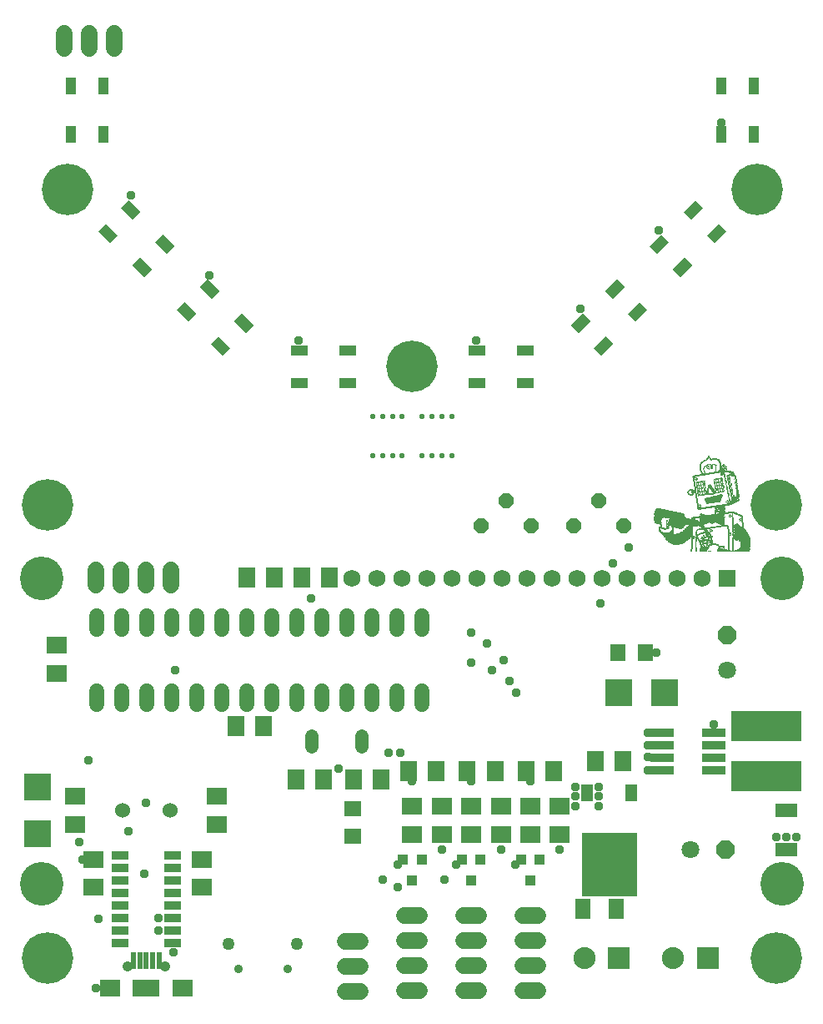
<source format=gbr>
G04 EAGLE Gerber X2 export*
%TF.Part,Single*%
%TF.FileFunction,Soldermask,Top,1*%
%TF.FilePolarity,Negative*%
%TF.GenerationSoftware,Autodesk,EAGLE,8.6.1*%
%TF.CreationDate,2018-02-27T16:58:27Z*%
G75*
%MOMM*%
%FSLAX34Y34*%
%LPD*%
%AMOC8*
5,1,8,0,0,1.08239X$1,22.5*%
G01*
%ADD10R,0.127000X0.042162*%
%ADD11R,0.762000X0.042162*%
%ADD12R,0.381000X0.042162*%
%ADD13R,3.302000X0.042162*%
%ADD14R,0.127000X0.042419*%
%ADD15R,0.762000X0.042419*%
%ADD16R,0.254000X0.042419*%
%ADD17R,3.302000X0.042419*%
%ADD18R,1.313181X0.042419*%
%ADD19R,1.524000X0.042419*%
%ADD20R,1.270000X0.042162*%
%ADD21R,1.397000X0.042162*%
%ADD22R,0.802638X0.042419*%
%ADD23R,0.932181X0.042419*%
%ADD24R,0.718819X0.042419*%
%ADD25R,1.229363X0.042419*%
%ADD26R,0.170181X0.042162*%
%ADD27R,0.802638X0.042162*%
%ADD28R,0.591819X0.042162*%
%ADD29R,0.083819X0.042162*%
%ADD30R,1.143000X0.042162*%
%ADD31R,0.170181X0.042419*%
%ADD32R,0.845819X0.042419*%
%ADD33R,0.381000X0.042419*%
%ADD34R,0.083819X0.042419*%
%ADD35R,1.102363X0.042419*%
%ADD36R,1.059181X0.042419*%
%ADD37R,0.889000X0.042162*%
%ADD38R,0.210819X0.042162*%
%ADD39R,1.059181X0.042162*%
%ADD40R,0.594363X0.042419*%
%ADD41R,0.210819X0.042419*%
%ADD42R,1.056638X0.042419*%
%ADD43R,0.297181X0.042419*%
%ADD44R,0.167637X0.042419*%
%ADD45R,0.548638X0.042419*%
%ADD46R,0.043181X0.042162*%
%ADD47R,0.594363X0.042162*%
%ADD48R,1.016000X0.042162*%
%ADD49R,0.213363X0.042419*%
%ADD50R,0.043181X0.042419*%
%ADD51R,1.016000X0.042419*%
%ADD52R,0.086363X0.042419*%
%ADD53R,0.167637X0.042162*%
%ADD54R,0.294637X0.042162*%
%ADD55R,0.254000X0.042162*%
%ADD56R,0.721363X0.042419*%
%ADD57R,1.186181X0.042419*%
%ADD58R,0.551181X0.042419*%
%ADD59R,0.464819X0.042419*%
%ADD60R,1.397000X0.042419*%
%ADD61R,1.480819X0.042162*%
%ADD62R,0.213363X0.042162*%
%ADD63R,0.337819X0.042162*%
%ADD64R,1.056638X0.042162*%
%ADD65R,1.651000X0.042419*%
%ADD66R,1.099819X0.042419*%
%ADD67R,1.778000X0.042419*%
%ADD68R,1.864363X0.042162*%
%ADD69R,1.945638X0.042419*%
%ADD70R,0.591819X0.042419*%
%ADD71R,1.143000X0.042419*%
%ADD72R,2.032000X0.042419*%
%ADD73R,2.159000X0.042162*%
%ADD74R,0.464819X0.042162*%
%ADD75R,0.297181X0.042162*%
%ADD76R,1.186181X0.042162*%
%ADD77R,2.242819X0.042419*%
%ADD78R,2.329181X0.042419*%
%ADD79R,2.369819X0.042162*%
%ADD80R,1.356363X0.042162*%
%ADD81R,2.456181X0.042419*%
%ADD82R,2.540000X0.042419*%
%ADD83R,0.337819X0.042419*%
%ADD84R,0.508000X0.042419*%
%ADD85R,2.623819X0.042162*%
%ADD86R,0.551181X0.042162*%
%ADD87R,1.440181X0.042162*%
%ADD88R,2.667000X0.042419*%
%ADD89R,0.421637X0.042419*%
%ADD90R,1.480819X0.042419*%
%ADD91R,2.964181X0.042419*%
%ADD92R,3.091181X0.042162*%
%ADD93R,2.921000X0.042419*%
%ADD94R,2.964181X0.042162*%
%ADD95R,1.651000X0.042162*%
%ADD96R,3.048000X0.042419*%
%ADD97R,1.483363X0.042419*%
%ADD98R,2.583181X0.042419*%
%ADD99R,0.294637X0.042419*%
%ADD100R,1.440181X0.042419*%
%ADD101R,0.424181X0.042162*%
%ADD102R,1.610363X0.042162*%
%ADD103R,0.467363X0.042419*%
%ADD104R,0.424181X0.042419*%
%ADD105R,1.437638X0.042419*%
%ADD106R,1.353819X0.042162*%
%ADD107R,1.524000X0.042162*%
%ADD108R,1.270000X0.042419*%
%ADD109R,0.635000X0.042419*%
%ADD110R,1.183638X0.042419*%
%ADD111R,1.099819X0.042162*%
%ADD112R,1.229363X0.042162*%
%ADD113R,0.972819X0.042419*%
%ADD114R,0.929638X0.042162*%
%ADD115R,0.086363X0.042162*%
%ADD116R,0.889000X0.042419*%
%ADD117R,0.635000X0.042162*%
%ADD118R,0.972819X0.042162*%
%ADD119R,0.848363X0.042419*%
%ADD120R,0.340363X0.042162*%
%ADD121R,0.845819X0.042162*%
%ADD122R,0.675638X0.042162*%
%ADD123R,0.848363X0.042162*%
%ADD124R,0.548638X0.042162*%
%ADD125R,0.675638X0.042419*%
%ADD126R,1.694181X0.042419*%
%ADD127R,3.766819X0.042419*%
%ADD128R,3.893819X0.042162*%
%ADD129R,4.020819X0.042419*%
%ADD130R,4.064000X0.042419*%
%ADD131R,0.678181X0.042162*%
%ADD132R,3.218181X0.042162*%
%ADD133R,0.508000X0.042162*%
%ADD134R,0.678181X0.042419*%
%ADD135R,3.175000X0.042419*%
%ADD136R,2.496819X0.042419*%
%ADD137R,0.721363X0.042162*%
%ADD138R,3.131819X0.042162*%
%ADD139R,2.496819X0.042162*%
%ADD140R,3.091181X0.042419*%
%ADD141R,2.961638X0.042419*%
%ADD142R,0.040638X0.042162*%
%ADD143R,2.667000X0.042162*%
%ADD144R,2.499363X0.042419*%
%ADD145R,2.202181X0.042419*%
%ADD146R,0.340363X0.042419*%
%ADD147R,1.988819X0.042162*%
%ADD148R,1.821181X0.042419*%
%ADD149R,1.861819X0.042419*%
%ADD150R,2.075181X0.042162*%
%ADD151R,0.805181X0.042162*%
%ADD152R,3.258819X0.042419*%
%ADD153R,3.131819X0.042419*%
%ADD154R,2.580637X0.042162*%
%ADD155R,2.453638X0.042419*%
%ADD156R,0.929638X0.042419*%
%ADD157R,3.048000X0.042162*%
%ADD158R,1.310638X0.042419*%
%ADD159R,3.007363X0.042419*%
%ADD160R,2.877819X0.042419*%
%ADD161R,2.710181X0.042419*%
%ADD162R,1.818638X0.042419*%
%ADD163R,1.691638X0.042162*%
%ADD164R,2.286000X0.042419*%
%ADD165R,1.818638X0.042162*%
%ADD166R,1.737363X0.042419*%
%ADD167R,0.040638X0.042419*%
%ADD168R,1.564638X0.042162*%
%ADD169R,1.564638X0.042419*%
%ADD170R,1.694181X0.042162*%
%ADD171R,0.932181X0.042162*%
%ADD172R,0.421637X0.042162*%
%ADD173R,0.805181X0.042419*%
%ADD174C,0.553200*%
%ADD175C,1.524000*%
%ADD176R,1.803200X2.003200*%
%ADD177R,1.603200X1.803200*%
%ADD178R,2.003200X1.803200*%
%ADD179R,1.803200X1.603200*%
%ADD180R,1.603200X2.003200*%
%ADD181R,2.743200X2.743200*%
%ADD182R,2.303200X1.473200*%
%ADD183C,1.524000*%
%ADD184R,7.203200X3.053200*%
%ADD185R,5.603200X6.403200*%
%ADD186R,1.203200X1.803200*%
%ADD187C,1.320800*%
%ADD188R,2.006200X1.803200*%
%ADD189R,1.803200X2.006200*%
%ADD190C,0.889000*%
%ADD191C,1.270000*%
%ADD192R,1.727200X0.838200*%
%ADD193R,2.413000X0.812800*%
%ADD194R,1.727200X1.727200*%
%ADD195C,1.727200*%
%ADD196C,3.403200*%
%ADD197R,0.603200X1.653200*%
%ADD198C,1.053200*%
%ADD199R,2.000000X1.700000*%
%ADD200R,2.700000X1.700000*%
%ADD201P,1.649562X8X22.500000*%
%ADD202R,2.235200X2.235200*%
%ADD203C,2.235200*%
%ADD204P,1.951982X8X22.500000*%
%ADD205C,1.803400*%
%ADD206P,1.951982X8X112.500000*%
%ADD207R,1.003200X1.103200*%
%ADD208C,1.727200*%
%ADD209R,1.103200X1.703200*%
%ADD210R,1.703200X1.103200*%
%ADD211C,0.959600*%
%ADD212C,5.219200*%
%ADD213C,4.419200*%


D10*
X683771Y462117D03*
X688419Y462117D03*
D11*
X696267Y462117D03*
D12*
X702389Y462117D03*
D13*
X726316Y462117D03*
D14*
X683771Y462539D03*
X688419Y462539D03*
D15*
X696267Y462539D03*
D16*
X702617Y462539D03*
D17*
X726316Y462539D03*
D14*
X683771Y462964D03*
X688419Y462964D03*
D15*
X696267Y462964D03*
D18*
X716371Y462964D03*
D14*
X726112Y462964D03*
D19*
X735206Y462964D03*
D10*
X683771Y463387D03*
X688419Y463387D03*
D11*
X696267Y463387D03*
D20*
X716156Y463387D03*
D10*
X726112Y463387D03*
D21*
X736272Y463387D03*
D14*
X683771Y463809D03*
X688419Y463809D03*
D22*
X696471Y463809D03*
D23*
X714466Y463809D03*
D14*
X721871Y463809D03*
X726112Y463809D03*
D18*
X736691Y463809D03*
D14*
X683771Y464234D03*
X688419Y464234D03*
D22*
X696471Y464234D03*
D24*
X713831Y464234D03*
D14*
X721871Y464234D03*
X726112Y464234D03*
D25*
X737111Y464234D03*
D26*
X683986Y464657D03*
D10*
X688419Y464657D03*
D27*
X696471Y464657D03*
D28*
X713196Y464657D03*
D29*
X717006Y464657D03*
D10*
X721439Y464657D03*
X726112Y464657D03*
D30*
X737542Y464657D03*
D31*
X683986Y465079D03*
D14*
X688419Y465079D03*
D32*
X696686Y465079D03*
D33*
X712549Y465079D03*
D34*
X717006Y465079D03*
D14*
X721439Y465079D03*
X726112Y465079D03*
D35*
X737746Y465079D03*
D31*
X683986Y465504D03*
D14*
X688419Y465504D03*
D32*
X696686Y465504D03*
D16*
X712346Y465504D03*
D14*
X716791Y465504D03*
X721439Y465504D03*
X726112Y465504D03*
D36*
X737961Y465504D03*
D26*
X683986Y465927D03*
D10*
X688419Y465927D03*
D37*
X696902Y465927D03*
D38*
X712561Y465927D03*
D10*
X716791Y465927D03*
X721439Y465927D03*
X726112Y465927D03*
D39*
X737961Y465927D03*
D31*
X683986Y466349D03*
D34*
X688635Y466349D03*
D40*
X695836Y466349D03*
D31*
X700496Y466349D03*
D41*
X712561Y466349D03*
D14*
X716791Y466349D03*
X721439Y466349D03*
X726112Y466349D03*
D42*
X738381Y466349D03*
D31*
X683986Y466774D03*
D34*
X688635Y466774D03*
D43*
X694350Y466774D03*
D14*
X697741Y466774D03*
D44*
X700916Y466774D03*
D45*
X714251Y466774D03*
D14*
X721439Y466774D03*
X726112Y466774D03*
D42*
X738381Y466774D03*
D26*
X683986Y467197D03*
D29*
X688635Y467197D03*
D26*
X694146Y467197D03*
D10*
X697309Y467197D03*
D46*
X699430Y467197D03*
D38*
X701131Y467197D03*
D47*
X713616Y467197D03*
D10*
X721439Y467197D03*
X726112Y467197D03*
D48*
X738584Y467197D03*
D31*
X683986Y467619D03*
D34*
X688635Y467619D03*
D49*
X693931Y467619D03*
D14*
X696902Y467619D03*
D50*
X699430Y467619D03*
D49*
X701551Y467619D03*
D41*
X711291Y467619D03*
D49*
X714251Y467619D03*
D14*
X721439Y467619D03*
X726112Y467619D03*
D51*
X738584Y467619D03*
D31*
X683986Y468044D03*
D34*
X688635Y468044D03*
D41*
X693511Y468044D03*
D14*
X696471Y468044D03*
D52*
X699646Y468044D03*
D16*
X702186Y468044D03*
D41*
X710860Y468044D03*
D14*
X721439Y468044D03*
X726112Y468044D03*
D51*
X738584Y468044D03*
D10*
X684202Y468467D03*
D29*
X688635Y468467D03*
D53*
X693296Y468467D03*
D10*
X696039Y468467D03*
D46*
X699861Y468467D03*
D54*
X702821Y468467D03*
D55*
X710237Y468467D03*
D10*
X721439Y468467D03*
X726112Y468467D03*
D48*
X738584Y468467D03*
D34*
X668315Y468889D03*
D14*
X684202Y468889D03*
D34*
X688635Y468889D03*
D44*
X693296Y468889D03*
D14*
X695632Y468889D03*
D50*
X699861Y468889D03*
D23*
X706415Y468889D03*
D14*
X721439Y468889D03*
X726112Y468889D03*
D51*
X738584Y468889D03*
D56*
X668531Y469314D03*
D14*
X684202Y469314D03*
D34*
X688635Y469314D03*
D31*
X692876Y469314D03*
D34*
X695416Y469314D03*
X700065Y469314D03*
D15*
X706427Y469314D03*
D14*
X721439Y469314D03*
X726112Y469314D03*
D51*
X738584Y469314D03*
D48*
X668734Y469737D03*
D10*
X684202Y469737D03*
D29*
X688635Y469737D03*
D10*
X692661Y469737D03*
D46*
X695620Y469737D03*
D29*
X700065Y469737D03*
D28*
X706415Y469737D03*
D10*
X721439Y469737D03*
X726112Y469737D03*
D48*
X738584Y469737D03*
D57*
X668746Y470159D03*
D14*
X684202Y470159D03*
D34*
X688635Y470159D03*
D14*
X692661Y470159D03*
D58*
X698160Y470159D03*
D59*
X705780Y470159D03*
D14*
X721439Y470159D03*
X726112Y470159D03*
D42*
X738381Y470159D03*
D60*
X668962Y470584D03*
D14*
X684202Y470584D03*
D34*
X688635Y470584D03*
D49*
X692661Y470584D03*
D45*
X697741Y470584D03*
D16*
X702186Y470584D03*
D41*
X704941Y470584D03*
D14*
X721439Y470584D03*
X726112Y470584D03*
D42*
X738381Y470584D03*
D61*
X668950Y471007D03*
D10*
X684202Y471007D03*
D29*
X688635Y471007D03*
D62*
X692661Y471007D03*
D38*
X695620Y471007D03*
X699430Y471007D03*
D63*
X703875Y471007D03*
D10*
X721439Y471007D03*
X726112Y471007D03*
D64*
X738381Y471007D03*
D65*
X668962Y471429D03*
D14*
X684202Y471429D03*
D34*
X688635Y471429D03*
D14*
X692229Y471429D03*
D34*
X693715Y471429D03*
D31*
X695416Y471429D03*
D41*
X699430Y471429D03*
X704510Y471429D03*
D14*
X721439Y471429D03*
X726112Y471429D03*
D66*
X738165Y471429D03*
D67*
X669166Y471854D03*
D14*
X684202Y471854D03*
D34*
X688635Y471854D03*
D44*
X692026Y471854D03*
D41*
X694350Y471854D03*
D50*
X696051Y471854D03*
D41*
X699430Y471854D03*
D16*
X703887Y471854D03*
D14*
X721439Y471854D03*
X726112Y471854D03*
D66*
X738165Y471854D03*
D68*
X669166Y472277D03*
D10*
X684202Y472277D03*
D29*
X688635Y472277D03*
D53*
X692026Y472277D03*
X694566Y472277D03*
D29*
X696255Y472277D03*
X697956Y472277D03*
D53*
X699646Y472277D03*
D26*
X702605Y472277D03*
D10*
X704522Y472277D03*
X721439Y472277D03*
X726112Y472277D03*
D30*
X737949Y472277D03*
D69*
X669166Y472699D03*
D14*
X684202Y472699D03*
X688851Y472699D03*
D70*
X693715Y472699D03*
D50*
X697321Y472699D03*
D33*
X700281Y472699D03*
D14*
X704522Y472699D03*
X721439Y472699D03*
X726112Y472699D03*
D71*
X737542Y472699D03*
D72*
X669166Y473124D03*
D14*
X684202Y473124D03*
X688851Y473124D03*
D70*
X693715Y473124D03*
D33*
X699849Y473124D03*
D43*
X703671Y473124D03*
D14*
X721439Y473124D03*
X726112Y473124D03*
D44*
X730126Y473124D03*
D71*
X737542Y473124D03*
D73*
X669369Y473547D03*
D10*
X684202Y473547D03*
X688851Y473547D03*
X691391Y473547D03*
D46*
X693511Y473547D03*
D74*
X698591Y473547D03*
D75*
X703240Y473547D03*
D10*
X721439Y473547D03*
X726112Y473547D03*
D55*
X729694Y473547D03*
D76*
X737326Y473547D03*
D77*
X669381Y473969D03*
D14*
X684202Y473969D03*
X688851Y473969D03*
X690959Y473969D03*
D31*
X697525Y473969D03*
D43*
X700700Y473969D03*
D14*
X704091Y473969D03*
X721439Y473969D03*
X726112Y473969D03*
D44*
X728856Y473969D03*
D18*
X736691Y473969D03*
D78*
X669381Y474394D03*
D14*
X684202Y474394D03*
X688851Y474394D03*
D44*
X690756Y474394D03*
D33*
X696039Y474394D03*
D31*
X701335Y474394D03*
D14*
X704091Y474394D03*
X721439Y474394D03*
X726112Y474394D03*
D31*
X728436Y474394D03*
D18*
X736691Y474394D03*
D79*
X669585Y474817D03*
D10*
X684202Y474817D03*
X688851Y474817D03*
X690552Y474817D03*
D12*
X695632Y474817D03*
D26*
X701335Y474817D03*
D10*
X703659Y474817D03*
X721439Y474817D03*
X726112Y474817D03*
X728221Y474817D03*
D80*
X736476Y474817D03*
D81*
X669585Y475239D03*
D14*
X684202Y475239D03*
X685879Y475239D03*
X688851Y475239D03*
X690552Y475239D03*
D43*
X694781Y475239D03*
D31*
X701335Y475239D03*
D14*
X703659Y475239D03*
X721439Y475239D03*
X726112Y475239D03*
X727789Y475239D03*
D60*
X736272Y475239D03*
D82*
X669597Y475664D03*
D83*
X685256Y475664D03*
D43*
X689701Y475664D03*
D84*
X695836Y475664D03*
D31*
X701335Y475664D03*
X703875Y475664D03*
D14*
X721439Y475664D03*
X726112Y475664D03*
D52*
X727586Y475664D03*
D60*
X735841Y475664D03*
D85*
X669585Y476087D03*
D38*
X684621Y476087D03*
D29*
X686526Y476087D03*
D55*
X689486Y476087D03*
D86*
X696051Y476087D03*
D10*
X701119Y476087D03*
D55*
X703887Y476087D03*
D10*
X721439Y476087D03*
D55*
X726747Y476087D03*
D87*
X735625Y476087D03*
D88*
X669801Y476509D03*
D41*
X684621Y476509D03*
D52*
X686946Y476509D03*
D16*
X689486Y476509D03*
D41*
X694350Y476509D03*
D89*
X699646Y476509D03*
D14*
X703252Y476509D03*
D52*
X704726Y476509D03*
D14*
X721439Y476509D03*
D41*
X726531Y476509D03*
D90*
X735421Y476509D03*
D91*
X670855Y476934D03*
D34*
X686526Y476934D03*
D16*
X689486Y476934D03*
D31*
X696686Y476934D03*
D83*
X700065Y476934D03*
D14*
X703252Y476934D03*
D52*
X704726Y476934D03*
D14*
X721439Y476934D03*
D41*
X726531Y476934D03*
D90*
X735421Y476934D03*
D92*
X671490Y477357D03*
D38*
X689270Y477357D03*
D62*
X696471Y477357D03*
D63*
X700065Y477357D03*
D75*
X703671Y477357D03*
D10*
X721439Y477357D03*
D53*
X726316Y477357D03*
D61*
X734990Y477357D03*
D93*
X670232Y477779D03*
D34*
X686095Y477779D03*
D41*
X689270Y477779D03*
D49*
X696471Y477779D03*
D83*
X700065Y477779D03*
D16*
X703456Y477779D03*
D14*
X721439Y477779D03*
D44*
X726316Y477779D03*
D90*
X734990Y477779D03*
D93*
X670232Y478204D03*
D16*
X689486Y478204D03*
D49*
X696471Y478204D03*
D43*
X699861Y478204D03*
D14*
X702821Y478204D03*
X721439Y478204D03*
X723572Y478204D03*
D65*
X733732Y478204D03*
D94*
X670016Y478627D03*
D75*
X689701Y478627D03*
D10*
X696471Y478627D03*
D75*
X699861Y478627D03*
D26*
X702605Y478627D03*
D10*
X721439Y478627D03*
D38*
X723560Y478627D03*
D95*
X733732Y478627D03*
D96*
X669597Y479049D03*
D33*
X690121Y479049D03*
D43*
X699861Y479049D03*
D31*
X702605Y479049D03*
D49*
X721871Y479049D03*
D34*
X724195Y479049D03*
D14*
X726112Y479049D03*
D97*
X734571Y479049D03*
D33*
X655399Y479474D03*
D98*
X671921Y479474D03*
D14*
X688851Y479474D03*
D99*
X691391Y479474D03*
D43*
X699861Y479474D03*
D14*
X702389Y479474D03*
D49*
X721871Y479474D03*
D34*
X724195Y479474D03*
D14*
X726112Y479474D03*
D100*
X734355Y479474D03*
D55*
X654357Y479897D03*
D101*
X658155Y479897D03*
X663235Y479897D03*
D102*
X676786Y479897D03*
D10*
X688851Y479897D03*
D63*
X692445Y479897D03*
D74*
X700700Y479897D03*
D62*
X721871Y479897D03*
D29*
X724195Y479897D03*
D10*
X726112Y479897D03*
D21*
X734139Y479897D03*
D41*
X653710Y480319D03*
D70*
X658155Y480319D03*
D83*
X663666Y480319D03*
D97*
X677421Y480319D03*
D14*
X688851Y480319D03*
D103*
X693931Y480319D03*
D104*
X700496Y480319D03*
D14*
X721439Y480319D03*
D41*
X723560Y480319D03*
D14*
X726112Y480319D03*
D60*
X734139Y480319D03*
D31*
X653075Y480744D03*
D15*
X658167Y480744D03*
D43*
X663870Y480744D03*
D105*
X678056Y480744D03*
D14*
X688851Y480744D03*
D51*
X697537Y480744D03*
D14*
X721439Y480744D03*
D31*
X723356Y480744D03*
D19*
X733097Y480744D03*
D53*
X652656Y481167D03*
D38*
X654980Y481167D03*
D53*
X661546Y481167D03*
D55*
X664086Y481167D03*
D106*
X678475Y481167D03*
D10*
X688851Y481167D03*
D37*
X698172Y481167D03*
D10*
X721439Y481167D03*
D107*
X733097Y481167D03*
D31*
X652236Y481589D03*
D14*
X654129Y481589D03*
X662181Y481589D03*
D41*
X664301Y481589D03*
D108*
X678894Y481589D03*
D14*
X688851Y481589D03*
D109*
X699011Y481589D03*
D14*
X721439Y481589D03*
D90*
X732881Y481589D03*
D14*
X652021Y482014D03*
D34*
X653506Y482014D03*
D52*
X662816Y482014D03*
D31*
X664505Y482014D03*
D110*
X679326Y482014D03*
D14*
X688851Y482014D03*
D43*
X699430Y482014D03*
D34*
X703875Y482014D03*
D14*
X721439Y482014D03*
D90*
X732450Y482014D03*
D55*
X652224Y482437D03*
D29*
X663235Y482437D03*
D10*
X664721Y482437D03*
D111*
X679745Y482437D03*
D29*
X689066Y482437D03*
D54*
X699011Y482437D03*
D26*
X703875Y482437D03*
D10*
X721439Y482437D03*
D26*
X725896Y482437D03*
D112*
X733301Y482437D03*
D14*
X651589Y482859D03*
D50*
X652871Y482859D03*
D16*
X664517Y482859D03*
D42*
X679961Y482859D03*
D34*
X689066Y482859D03*
D16*
X698807Y482859D03*
D34*
X703036Y482859D03*
D52*
X704726Y482859D03*
D14*
X721439Y482859D03*
D31*
X725896Y482859D03*
D25*
X733301Y482859D03*
D31*
X651805Y483284D03*
D49*
X664721Y483284D03*
D113*
X680380Y483284D03*
D14*
X689282Y483284D03*
D43*
X698591Y483284D03*
D34*
X703036Y483284D03*
D52*
X704726Y483284D03*
D14*
X721439Y483284D03*
D31*
X725896Y483284D03*
D57*
X733085Y483284D03*
D53*
X651386Y483707D03*
D46*
X663870Y483707D03*
D10*
X665152Y483707D03*
D114*
X680596Y483707D03*
D53*
X689486Y483707D03*
D75*
X698160Y483707D03*
D29*
X703036Y483707D03*
D115*
X704726Y483707D03*
D10*
X721439Y483707D03*
D106*
X731815Y483707D03*
D44*
X651386Y484129D03*
D14*
X665152Y484129D03*
D116*
X680799Y484129D03*
D33*
X690959Y484129D03*
D83*
X697956Y484129D03*
D16*
X703887Y484129D03*
D14*
X721439Y484129D03*
D18*
X731611Y484129D03*
D44*
X651386Y484554D03*
D16*
X656897Y484554D03*
D14*
X665152Y484554D03*
D32*
X681015Y484554D03*
D113*
X694350Y484554D03*
D31*
X703875Y484554D03*
D14*
X721439Y484554D03*
D108*
X731396Y484554D03*
D53*
X651386Y484977D03*
D117*
X657101Y484977D03*
D10*
X665152Y484977D03*
D27*
X681231Y484977D03*
X695201Y484977D03*
D10*
X721032Y484977D03*
D38*
X726100Y484977D03*
D118*
X732450Y484977D03*
D44*
X651386Y485399D03*
D15*
X656897Y485399D03*
D14*
X665152Y485399D03*
D43*
X672760Y485399D03*
D24*
X681650Y485399D03*
D119*
X698376Y485399D03*
D14*
X721032Y485399D03*
D41*
X726100Y485399D03*
D23*
X732246Y485399D03*
D14*
X651589Y485824D03*
D99*
X654561Y485824D03*
D83*
X659425Y485824D03*
D31*
X664936Y485824D03*
D84*
X672137Y485824D03*
D24*
X681650Y485824D03*
D36*
X699430Y485824D03*
D14*
X721032Y485824D03*
D71*
X730761Y485824D03*
D120*
X652656Y486247D03*
D55*
X659844Y486247D03*
D10*
X664721Y486247D03*
D121*
X671286Y486247D03*
D122*
X681866Y486247D03*
D12*
X695632Y486247D03*
D123*
X703456Y486247D03*
D10*
X721032Y486247D03*
D30*
X730761Y486247D03*
D43*
X652440Y486669D03*
D16*
X659844Y486669D03*
D25*
X669801Y486669D03*
D109*
X682069Y486669D03*
D33*
X695201Y486669D03*
D32*
X706846Y486669D03*
D14*
X721032Y486669D03*
X725681Y486669D03*
D34*
X727166Y486669D03*
D32*
X732246Y486669D03*
D16*
X652656Y487094D03*
X659844Y487094D03*
D108*
X670004Y487094D03*
D70*
X682285Y487094D03*
D89*
X694566Y487094D03*
D119*
X709806Y487094D03*
D14*
X721032Y487094D03*
X725681Y487094D03*
D113*
X731611Y487094D03*
D53*
X652656Y487517D03*
D10*
X658802Y487517D03*
X660479Y487517D03*
D106*
X670016Y487517D03*
D124*
X682501Y487517D03*
D54*
X688851Y487517D03*
D74*
X694350Y487517D03*
D121*
X713196Y487517D03*
D26*
X720816Y487517D03*
D10*
X725681Y487517D03*
D115*
X727586Y487517D03*
D86*
X731180Y487517D03*
D26*
X735625Y487517D03*
D14*
X652859Y487939D03*
X658802Y487939D03*
X660479Y487939D03*
D60*
X669801Y487939D03*
D36*
X685460Y487939D03*
D103*
X693931Y487939D03*
D23*
X716575Y487939D03*
D14*
X725681Y487939D03*
D40*
X730126Y487939D03*
D31*
X735625Y487939D03*
D14*
X652859Y488364D03*
D34*
X658586Y488364D03*
D52*
X660276Y488364D03*
D100*
X669585Y488364D03*
D51*
X685676Y488364D03*
D84*
X693727Y488364D03*
D125*
X717426Y488364D03*
D14*
X725681Y488364D03*
X727789Y488364D03*
D33*
X730761Y488364D03*
D31*
X735625Y488364D03*
D10*
X652859Y488787D03*
D29*
X658586Y488787D03*
D115*
X660276Y488787D03*
D102*
X669166Y488787D03*
D107*
X688216Y488787D03*
D117*
X717222Y488787D03*
D10*
X725681Y488787D03*
X728221Y488787D03*
D62*
X730761Y488787D03*
D26*
X735625Y488787D03*
D52*
X652656Y489209D03*
D34*
X658586Y489209D03*
D67*
X668327Y489209D03*
D126*
X687796Y489209D03*
D33*
X715089Y489209D03*
D14*
X725681Y489209D03*
X728652Y489209D03*
D31*
X730976Y489209D03*
X735625Y489209D03*
X652236Y489634D03*
D34*
X658586Y489634D03*
D127*
X678271Y489634D03*
D84*
X714886Y489634D03*
D14*
X725681Y489634D03*
D83*
X729706Y489634D03*
D31*
X735625Y489634D03*
D120*
X651386Y490057D03*
D29*
X658586Y490057D03*
D128*
X678906Y490057D03*
D28*
X714466Y490057D03*
D10*
X725681Y490057D03*
D38*
X729910Y490057D03*
D26*
X735625Y490057D03*
D84*
X650547Y490479D03*
D34*
X658586Y490479D03*
D129*
X679541Y490479D03*
D31*
X704306Y490479D03*
D24*
X713831Y490479D03*
D14*
X725681Y490479D03*
D31*
X735625Y490479D03*
D40*
X650116Y490904D03*
D34*
X658586Y490904D03*
D130*
X680164Y490904D03*
D83*
X704306Y490904D03*
D15*
X713616Y490904D03*
D14*
X725681Y490904D03*
D31*
X735625Y490904D03*
D131*
X649696Y491327D03*
D46*
X658790Y491327D03*
D132*
X675935Y491327D03*
D37*
X696902Y491327D03*
D133*
X704294Y491327D03*
D121*
X713196Y491327D03*
D10*
X725681Y491327D03*
D26*
X735625Y491327D03*
D134*
X649696Y491749D03*
D50*
X658790Y491749D03*
D135*
X675719Y491749D03*
D90*
X699861Y491749D03*
D113*
X712561Y491749D03*
D14*
X725681Y491749D03*
X735409Y491749D03*
D56*
X649481Y492174D03*
D50*
X658790Y492174D03*
D135*
X675719Y492174D03*
D136*
X704941Y492174D03*
D14*
X725681Y492174D03*
X735409Y492174D03*
D137*
X649481Y492597D03*
D115*
X659006Y492597D03*
D138*
X675935Y492597D03*
D139*
X704941Y492597D03*
D10*
X725681Y492597D03*
X735409Y492597D03*
D56*
X649481Y493019D03*
D50*
X659221Y493019D03*
D140*
X675731Y493019D03*
D136*
X704941Y493019D03*
D14*
X725681Y493019D03*
D50*
X733720Y493019D03*
D14*
X735409Y493019D03*
D15*
X649277Y493444D03*
D50*
X659221Y493444D03*
D141*
X675516Y493444D03*
D136*
X704941Y493444D03*
D14*
X725681Y493444D03*
D31*
X733516Y493444D03*
D14*
X735409Y493444D03*
D11*
X649277Y493867D03*
D142*
X659641Y493867D03*
D143*
X674449Y493867D03*
D139*
X704941Y493867D03*
D10*
X725681Y493867D03*
D29*
X733085Y493867D03*
D38*
X734990Y493867D03*
D22*
X649481Y494289D03*
D144*
X673611Y494289D03*
D34*
X687365Y494289D03*
D136*
X704941Y494289D03*
D14*
X725681Y494289D03*
D52*
X732666Y494289D03*
D41*
X734990Y494289D03*
D22*
X649481Y494714D03*
D145*
X672556Y494714D03*
D146*
X685676Y494714D03*
D136*
X704941Y494714D03*
D14*
X725681Y494714D03*
D52*
X732666Y494714D03*
D41*
X734990Y494714D03*
D121*
X649696Y495137D03*
D147*
X671490Y495137D03*
D120*
X685676Y495137D03*
D139*
X704941Y495137D03*
D10*
X725681Y495137D03*
D63*
X734355Y495137D03*
D32*
X649696Y495559D03*
D148*
X670651Y495559D03*
D43*
X685460Y495559D03*
D136*
X704941Y495559D03*
D14*
X725681Y495559D03*
D31*
X733516Y495559D03*
D14*
X735409Y495559D03*
D116*
X649912Y495984D03*
D149*
X668746Y495984D03*
D84*
X686514Y495984D03*
D136*
X704941Y495984D03*
D14*
X725681Y495984D03*
X735409Y495984D03*
D118*
X650331Y496407D03*
D150*
X666841Y496407D03*
D151*
X688000Y496407D03*
D139*
X704941Y496407D03*
D10*
X725681Y496407D03*
X735409Y496407D03*
D135*
X661342Y496829D03*
D152*
X701131Y496829D03*
D31*
X722925Y496829D03*
D34*
X725465Y496829D03*
D14*
X735409Y496829D03*
D153*
X661126Y497254D03*
D91*
X702605Y497254D03*
D34*
X722086Y497254D03*
D14*
X723572Y497254D03*
D34*
X725465Y497254D03*
D14*
X735409Y497254D03*
D138*
X661126Y497677D03*
D154*
X704091Y497677D03*
D29*
X722086Y497677D03*
D115*
X723776Y497677D03*
D29*
X725465Y497677D03*
D38*
X734990Y497677D03*
D153*
X661126Y498099D03*
D155*
X704726Y498099D03*
D34*
X722086Y498099D03*
D52*
X723776Y498099D03*
D34*
X725465Y498099D03*
D99*
X734571Y498099D03*
D140*
X661330Y498524D03*
D105*
X699646Y498524D03*
D156*
X712346Y498524D03*
D34*
X722086Y498524D03*
D14*
X723572Y498524D03*
D34*
X725465Y498524D03*
D33*
X733732Y498524D03*
D157*
X661114Y498947D03*
D28*
X695416Y498947D03*
D95*
X708739Y498947D03*
D26*
X722925Y498947D03*
D29*
X725465Y498947D03*
D12*
X732869Y498947D03*
D96*
X661114Y499369D03*
D59*
X694781Y499369D03*
D158*
X710441Y499369D03*
D34*
X722925Y499369D03*
X725465Y499369D03*
D33*
X731599Y499369D03*
D159*
X660911Y499794D03*
D33*
X694362Y499794D03*
D51*
X711914Y499794D03*
D34*
X725465Y499794D03*
D104*
X730545Y499794D03*
D94*
X660695Y500217D03*
D62*
X693931Y500217D03*
D10*
X707901Y500217D03*
D118*
X714670Y500217D03*
D29*
X725465Y500217D03*
D12*
X729491Y500217D03*
D160*
X660695Y500639D03*
D14*
X693931Y500639D03*
X707901Y500639D03*
D51*
X716587Y500639D03*
D34*
X725465Y500639D03*
D33*
X728652Y500639D03*
D161*
X659856Y501064D03*
D14*
X707901Y501064D03*
D162*
X720601Y501064D03*
D139*
X658790Y501487D03*
D10*
X707901Y501487D03*
D163*
X719966Y501487D03*
D164*
X657736Y501909D03*
D16*
X708536Y501909D03*
D104*
X714035Y501909D03*
D14*
X717222Y501909D03*
D125*
X723776Y501909D03*
D72*
X656897Y502334D03*
D59*
X710021Y502334D03*
D14*
X717222Y502334D03*
D41*
X724830Y502334D03*
D165*
X655831Y502757D03*
D48*
X712777Y502757D03*
D65*
X655399Y503179D03*
D14*
X708332Y503179D03*
D15*
X713616Y503179D03*
D60*
X654129Y503604D03*
D31*
X708116Y503604D03*
D58*
X714670Y503604D03*
D76*
X653075Y504027D03*
D75*
X708751Y504027D03*
D63*
X714035Y504027D03*
D10*
X716791Y504027D03*
D113*
X652440Y504449D03*
D70*
X710656Y504449D03*
D16*
X716587Y504449D03*
D125*
X651386Y504874D03*
D83*
X691606Y504874D03*
D51*
X712777Y504874D03*
D74*
X650331Y505297D03*
D117*
X693092Y505297D03*
D10*
X708332Y505297D03*
D137*
X714251Y505297D03*
D43*
X649900Y505719D03*
D32*
X694146Y505719D03*
D44*
X708536Y505719D03*
D58*
X713400Y505719D03*
D14*
X717222Y505719D03*
D110*
X695836Y506144D03*
D99*
X709171Y506144D03*
D83*
X714035Y506144D03*
D31*
X717006Y506144D03*
D26*
X690336Y506567D03*
D10*
X692661Y506567D03*
D39*
X699430Y506567D03*
D133*
X710237Y506567D03*
D115*
X714886Y506567D03*
D10*
X716791Y506567D03*
D31*
X690336Y506989D03*
D49*
X692661Y506989D03*
D66*
X703036Y506989D03*
D40*
X712346Y506989D03*
D14*
X716791Y506989D03*
D16*
X690756Y507414D03*
D34*
X693715Y507414D03*
D166*
X709171Y507414D03*
D38*
X690540Y507837D03*
D29*
X693715Y507837D03*
D87*
X710656Y507837D03*
D14*
X690121Y508259D03*
D167*
X691391Y508259D03*
D34*
X693715Y508259D03*
D25*
X711711Y508259D03*
D14*
X690121Y508684D03*
D34*
X691606Y508684D03*
X693715Y508684D03*
D36*
X713831Y508684D03*
D26*
X689905Y509107D03*
D62*
X692661Y509107D03*
D48*
X716994Y509107D03*
D31*
X689905Y509529D03*
D34*
X692876Y509529D03*
D116*
X719331Y509529D03*
D31*
X689905Y509954D03*
D24*
X721451Y509954D03*
D26*
X689905Y510377D03*
D115*
X699646Y510377D03*
D133*
X723344Y510377D03*
D31*
X689905Y510799D03*
D16*
X700077Y510799D03*
D14*
X720601Y510799D03*
D33*
X724842Y510799D03*
D14*
X689689Y511224D03*
D84*
X701347Y511224D03*
D49*
X720601Y511224D03*
D34*
X722925Y511224D03*
D83*
X725896Y511224D03*
D10*
X689689Y511647D03*
D37*
X702821Y511647D03*
D29*
X719546Y511647D03*
D10*
X721439Y511647D03*
D26*
X723356Y511647D03*
D63*
X726735Y511647D03*
D44*
X689486Y512069D03*
D108*
X704726Y512069D03*
D167*
X719331Y512069D03*
D34*
X721655Y512069D03*
X722925Y512069D03*
D14*
X724411Y512069D03*
D146*
X727586Y512069D03*
D44*
X689486Y512494D03*
D97*
X705361Y512494D03*
D167*
X719331Y512494D03*
D34*
X721655Y512494D03*
X722925Y512494D03*
D41*
X724830Y512494D03*
D83*
X728436Y512494D03*
D53*
X689486Y512917D03*
D168*
X705361Y512917D03*
D29*
X719546Y512917D03*
D62*
X721871Y512917D03*
D75*
X725261Y512917D03*
D63*
X729275Y512917D03*
D14*
X689282Y513339D03*
D169*
X705361Y513339D03*
D49*
X720601Y513339D03*
D52*
X722506Y513339D03*
D33*
X725681Y513339D03*
D146*
X730126Y513339D03*
D14*
X689282Y513764D03*
D65*
X705361Y513764D03*
D167*
X720601Y513764D03*
D52*
X722506Y513764D03*
D89*
X726316Y513764D03*
D99*
X730761Y513764D03*
D10*
X689282Y514187D03*
D95*
X705361Y514187D03*
D115*
X722506Y514187D03*
D124*
X726951Y514187D03*
D38*
X731180Y514187D03*
D14*
X689282Y514609D03*
D126*
X705145Y514609D03*
D52*
X722506Y514609D03*
D70*
X727166Y514609D03*
D44*
X731396Y514609D03*
D31*
X689066Y515034D03*
D166*
X705361Y515034D03*
D34*
X722086Y515034D03*
D84*
X726747Y515034D03*
D50*
X729910Y515034D03*
D44*
X731396Y515034D03*
D26*
X689066Y515457D03*
D170*
X705576Y515457D03*
D29*
X722086Y515457D03*
D74*
X726531Y515457D03*
D46*
X729910Y515457D03*
D10*
X731192Y515457D03*
D31*
X689066Y515879D03*
D65*
X705792Y515879D03*
D34*
X722086Y515879D03*
D84*
X726747Y515879D03*
D49*
X730761Y515879D03*
D14*
X688851Y516304D03*
D97*
X706631Y516304D03*
D34*
X722086Y516304D03*
D14*
X724842Y516304D03*
D58*
X729071Y516304D03*
D10*
X688851Y516727D03*
D106*
X707685Y516727D03*
D29*
X722086Y516727D03*
D10*
X724842Y516727D03*
D29*
X726735Y516727D03*
D46*
X727801Y516727D03*
D120*
X730126Y516727D03*
D14*
X688851Y517149D03*
D110*
X708536Y517149D03*
D34*
X721655Y517149D03*
D14*
X724842Y517149D03*
D34*
X726735Y517149D03*
X728436Y517149D03*
D43*
X731180Y517149D03*
D14*
X688851Y517574D03*
D51*
X709374Y517574D03*
D34*
X721655Y517574D03*
D14*
X724842Y517574D03*
D52*
X726316Y517574D03*
D31*
X729275Y517574D03*
D41*
X731611Y517574D03*
D26*
X688635Y517997D03*
D171*
X710225Y517997D03*
D29*
X721655Y517997D03*
X724626Y517997D03*
D115*
X726316Y517997D03*
D53*
X730126Y517997D03*
D10*
X732031Y517997D03*
D31*
X688635Y518419D03*
D50*
X690971Y518419D03*
D15*
X711076Y518419D03*
D34*
X721655Y518419D03*
D14*
X724411Y518419D03*
D52*
X726316Y518419D03*
D43*
X731180Y518419D03*
D16*
X683136Y518844D03*
D31*
X688635Y518844D03*
D146*
X692026Y518844D03*
D58*
X712130Y518844D03*
D14*
X721439Y518844D03*
X724411Y518844D03*
D52*
X726316Y518844D03*
D16*
X731396Y518844D03*
D172*
X683136Y519267D03*
D10*
X688419Y519267D03*
D117*
X693499Y519267D03*
D101*
X713196Y519267D03*
D10*
X721439Y519267D03*
X724411Y519267D03*
D115*
X726316Y519267D03*
D75*
X731180Y519267D03*
D84*
X683136Y519689D03*
D14*
X688419Y519689D03*
D52*
X690756Y519689D03*
D50*
X693080Y519689D03*
D59*
X696051Y519689D03*
D83*
X701335Y519689D03*
D16*
X714047Y519689D03*
D52*
X721236Y519689D03*
D31*
X724195Y519689D03*
D34*
X725896Y519689D03*
D14*
X730329Y519689D03*
X732031Y519689D03*
X681231Y520114D03*
D31*
X685256Y520114D03*
D44*
X688216Y520114D03*
D52*
X690756Y520114D03*
D50*
X693080Y520114D03*
D34*
X695416Y520114D03*
D23*
X701335Y520114D03*
D52*
X721236Y520114D03*
D14*
X723979Y520114D03*
D34*
X725896Y520114D03*
D16*
X730964Y520114D03*
D10*
X680799Y520537D03*
X685472Y520537D03*
D53*
X688216Y520537D03*
D10*
X690552Y520537D03*
D46*
X693080Y520537D03*
D142*
X695201Y520537D03*
D118*
X702401Y520537D03*
D115*
X721236Y520537D03*
D10*
X723979Y520537D03*
D29*
X725896Y520537D03*
D55*
X730964Y520537D03*
D44*
X680596Y520959D03*
D41*
X685460Y520959D03*
D44*
X688216Y520959D03*
D14*
X690552Y520959D03*
D34*
X692876Y520959D03*
D167*
X695201Y520959D03*
D34*
X697525Y520959D03*
X698795Y520959D03*
D14*
X700281Y520959D03*
D84*
X705564Y520959D03*
D14*
X721032Y520959D03*
X723979Y520959D03*
D34*
X725896Y520959D03*
D16*
X730964Y520959D03*
D14*
X680392Y521384D03*
D45*
X686311Y521384D03*
D14*
X690552Y521384D03*
D34*
X692876Y521384D03*
D167*
X695201Y521384D03*
D50*
X697321Y521384D03*
D34*
X698795Y521384D03*
D14*
X700281Y521384D03*
D16*
X707266Y521384D03*
D34*
X709386Y521384D03*
D14*
X721032Y521384D03*
X723979Y521384D03*
D167*
X725681Y521384D03*
D16*
X730964Y521384D03*
D10*
X680392Y521807D03*
D124*
X686311Y521807D03*
D29*
X690336Y521807D03*
D142*
X692661Y521807D03*
X695201Y521807D03*
D46*
X697321Y521807D03*
D115*
X698376Y521807D03*
D10*
X700281Y521807D03*
X706199Y521807D03*
D86*
X710021Y521807D03*
D29*
X720816Y521807D03*
D53*
X723776Y521807D03*
D29*
X725465Y521807D03*
D55*
X730964Y521807D03*
D14*
X680392Y522229D03*
D58*
X685891Y522229D03*
D99*
X691391Y522229D03*
D50*
X694781Y522229D03*
X697321Y522229D03*
D52*
X698376Y522229D03*
D14*
X700281Y522229D03*
X705792Y522229D03*
D16*
X708104Y522229D03*
D70*
X712765Y522229D03*
D34*
X720816Y522229D03*
D14*
X723572Y522229D03*
D34*
X725465Y522229D03*
D16*
X730964Y522229D03*
D14*
X680392Y522654D03*
D58*
X685891Y522654D03*
D34*
X690336Y522654D03*
D99*
X693931Y522654D03*
D50*
X697321Y522654D03*
D52*
X698376Y522654D03*
D14*
X700281Y522654D03*
D34*
X705576Y522654D03*
D44*
X707266Y522654D03*
D34*
X708955Y522654D03*
D50*
X711291Y522654D03*
D89*
X714886Y522654D03*
D34*
X720816Y522654D03*
D14*
X723572Y522654D03*
D34*
X725465Y522654D03*
D16*
X730557Y522654D03*
D53*
X680596Y523077D03*
D133*
X686107Y523077D03*
D29*
X690336Y523077D03*
D142*
X692661Y523077D03*
D75*
X696051Y523077D03*
D115*
X698376Y523077D03*
D10*
X700281Y523077D03*
X705361Y523077D03*
X707062Y523077D03*
D29*
X708955Y523077D03*
D46*
X711291Y523077D03*
X713831Y523077D03*
D55*
X716156Y523077D03*
D10*
X720601Y523077D03*
X723572Y523077D03*
D29*
X725465Y523077D03*
D55*
X730557Y523077D03*
D14*
X680799Y523499D03*
D84*
X686107Y523499D03*
D14*
X690121Y523499D03*
D50*
X692241Y523499D03*
X694781Y523499D03*
D52*
X697106Y523499D03*
X698376Y523499D03*
D14*
X700281Y523499D03*
X704929Y523499D03*
D31*
X706846Y523499D03*
D34*
X708955Y523499D03*
D50*
X711291Y523499D03*
X713400Y523499D03*
X715940Y523499D03*
D34*
X717006Y523499D03*
X720385Y523499D03*
D14*
X723572Y523499D03*
D50*
X725261Y523499D03*
D16*
X730557Y523499D03*
D31*
X681446Y523924D03*
D103*
X686311Y523924D03*
D14*
X690121Y523924D03*
D50*
X692241Y523924D03*
X694781Y523924D03*
X696890Y523924D03*
D14*
X698172Y523924D03*
X700712Y523924D03*
D52*
X704726Y523924D03*
D14*
X706631Y523924D03*
D34*
X708955Y523924D03*
D50*
X711291Y523924D03*
X713400Y523924D03*
D34*
X715736Y523924D03*
X717006Y523924D03*
X720385Y523924D03*
D31*
X723356Y523924D03*
D52*
X725046Y523924D03*
D16*
X730557Y523924D03*
D74*
X683351Y524347D03*
D26*
X687796Y524347D03*
D29*
X689905Y524347D03*
D46*
X692241Y524347D03*
X694781Y524347D03*
X696890Y524347D03*
D10*
X698172Y524347D03*
X700712Y524347D03*
X704522Y524347D03*
X706199Y524347D03*
D115*
X708536Y524347D03*
D46*
X710860Y524347D03*
X713400Y524347D03*
D29*
X715736Y524347D03*
X717006Y524347D03*
X720385Y524347D03*
D10*
X723141Y524347D03*
D115*
X725046Y524347D03*
D29*
X729706Y524347D03*
D10*
X731192Y524347D03*
D146*
X683136Y524769D03*
D31*
X687796Y524769D03*
D34*
X689905Y524769D03*
D50*
X692241Y524769D03*
X694350Y524769D03*
X696890Y524769D03*
D34*
X697956Y524769D03*
D14*
X700712Y524769D03*
X704091Y524769D03*
D44*
X705996Y524769D03*
D52*
X708536Y524769D03*
D50*
X710860Y524769D03*
D34*
X713196Y524769D03*
D167*
X715521Y524769D03*
D34*
X716575Y524769D03*
X720385Y524769D03*
D14*
X723141Y524769D03*
D52*
X725046Y524769D03*
D41*
X730341Y524769D03*
D44*
X683136Y525194D03*
D14*
X687581Y525194D03*
D34*
X689905Y525194D03*
D50*
X692241Y525194D03*
X694350Y525194D03*
X696890Y525194D03*
D34*
X697956Y525194D03*
D14*
X700712Y525194D03*
D34*
X703875Y525194D03*
D31*
X705576Y525194D03*
D146*
X709806Y525194D03*
D34*
X713196Y525194D03*
D167*
X715521Y525194D03*
D34*
X716575Y525194D03*
D52*
X719966Y525194D03*
D14*
X723141Y525194D03*
D50*
X724830Y525194D03*
D41*
X730341Y525194D03*
D10*
X687581Y525617D03*
D75*
X690971Y525617D03*
D46*
X694350Y525617D03*
X696890Y525617D03*
D29*
X697956Y525617D03*
D10*
X700712Y525617D03*
X703659Y525617D03*
X705361Y525617D03*
D115*
X708536Y525617D03*
D63*
X711926Y525617D03*
D142*
X715521Y525617D03*
D29*
X716575Y525617D03*
D115*
X719966Y525617D03*
D29*
X722925Y525617D03*
D46*
X724830Y525617D03*
D38*
X730341Y525617D03*
D31*
X687365Y526039D03*
D34*
X689905Y526039D03*
D146*
X693296Y526039D03*
D34*
X696686Y526039D03*
X697956Y526039D03*
D14*
X700712Y526039D03*
X703252Y526039D03*
D31*
X705145Y526039D03*
D14*
X708332Y526039D03*
D34*
X710656Y526039D03*
D99*
X714251Y526039D03*
D34*
X716575Y526039D03*
D52*
X719966Y526039D03*
D14*
X722709Y526039D03*
D34*
X724626Y526039D03*
D16*
X730126Y526039D03*
D31*
X687365Y526464D03*
D52*
X689486Y526464D03*
D50*
X691810Y526464D03*
D16*
X695404Y526464D03*
D14*
X697741Y526464D03*
D44*
X700916Y526464D03*
D34*
X703036Y526464D03*
D44*
X704726Y526464D03*
D14*
X708332Y526464D03*
D34*
X710656Y526464D03*
D167*
X712981Y526464D03*
D50*
X715101Y526464D03*
D34*
X716575Y526464D03*
D52*
X719966Y526464D03*
D14*
X722709Y526464D03*
D34*
X724626Y526464D03*
X729275Y526464D03*
X730545Y526464D03*
D26*
X687365Y526887D03*
D115*
X689486Y526887D03*
D46*
X691810Y526887D03*
X694350Y526887D03*
D142*
X696471Y526887D03*
D10*
X697741Y526887D03*
X701119Y526887D03*
X702821Y526887D03*
X704522Y526887D03*
D29*
X708116Y526887D03*
D142*
X710441Y526887D03*
X712981Y526887D03*
D46*
X715101Y526887D03*
D115*
X716156Y526887D03*
X719966Y526887D03*
D10*
X722709Y526887D03*
D29*
X724626Y526887D03*
D38*
X729910Y526887D03*
D31*
X687365Y527309D03*
D52*
X689486Y527309D03*
D50*
X691810Y527309D03*
X694350Y527309D03*
D167*
X696471Y527309D03*
D34*
X697525Y527309D03*
D16*
X701754Y527309D03*
D14*
X704091Y527309D03*
D34*
X708116Y527309D03*
D167*
X710441Y527309D03*
D50*
X712561Y527309D03*
X715101Y527309D03*
D52*
X716156Y527309D03*
X719966Y527309D03*
D14*
X722709Y527309D03*
D167*
X724411Y527309D03*
D41*
X729910Y527309D03*
D31*
X687365Y527734D03*
D52*
X689486Y527734D03*
D50*
X691810Y527734D03*
D167*
X693931Y527734D03*
X696471Y527734D03*
D34*
X697525Y527734D03*
D49*
X701551Y527734D03*
D31*
X703875Y527734D03*
D34*
X708116Y527734D03*
D167*
X710441Y527734D03*
D50*
X712561Y527734D03*
X715101Y527734D03*
D52*
X716156Y527734D03*
D34*
X719546Y527734D03*
D52*
X722506Y527734D03*
D167*
X724411Y527734D03*
D41*
X729910Y527734D03*
D10*
X687149Y528157D03*
D115*
X689486Y528157D03*
D46*
X691810Y528157D03*
D142*
X693931Y528157D03*
X696471Y528157D03*
D29*
X697525Y528157D03*
D62*
X701551Y528157D03*
D10*
X703659Y528157D03*
X707901Y528157D03*
D142*
X710441Y528157D03*
D46*
X712561Y528157D03*
X715101Y528157D03*
D115*
X716156Y528157D03*
D29*
X719546Y528157D03*
D10*
X722302Y528157D03*
D29*
X724195Y528157D03*
D55*
X729694Y528157D03*
D14*
X687149Y528579D03*
D52*
X689486Y528579D03*
D50*
X691810Y528579D03*
D167*
X693931Y528579D03*
X696471Y528579D03*
D34*
X697525Y528579D03*
D31*
X701335Y528579D03*
D14*
X703252Y528579D03*
D83*
X708955Y528579D03*
D50*
X712561Y528579D03*
X714670Y528579D03*
D14*
X715952Y528579D03*
D34*
X719546Y528579D03*
D14*
X722302Y528579D03*
D34*
X724195Y528579D03*
D52*
X728856Y528579D03*
X730126Y528579D03*
D44*
X686946Y529004D03*
D146*
X690756Y529004D03*
D167*
X693931Y529004D03*
D41*
X696890Y529004D03*
D43*
X702401Y529004D03*
D34*
X707685Y529004D03*
D83*
X711495Y529004D03*
D50*
X714670Y529004D03*
D14*
X715952Y529004D03*
D34*
X719546Y529004D03*
D14*
X722302Y529004D03*
D34*
X724195Y529004D03*
D52*
X728856Y529004D03*
X730126Y529004D03*
D53*
X686946Y529427D03*
D29*
X689066Y529427D03*
D142*
X691391Y529427D03*
D55*
X693727Y529427D03*
D46*
X696051Y529427D03*
D115*
X697106Y529427D03*
D55*
X702186Y529427D03*
D29*
X707685Y529427D03*
D46*
X710021Y529427D03*
X712130Y529427D03*
D26*
X714035Y529427D03*
D29*
X715736Y529427D03*
X719546Y529427D03*
D10*
X722302Y529427D03*
D115*
X723776Y529427D03*
D62*
X729491Y529427D03*
D14*
X686742Y529849D03*
D34*
X689066Y529849D03*
D167*
X691391Y529849D03*
X693931Y529849D03*
D14*
X695632Y529849D03*
D52*
X697106Y529849D03*
D34*
X702605Y529849D03*
X707685Y529849D03*
D50*
X710021Y529849D03*
X712130Y529849D03*
X714670Y529849D03*
D34*
X715736Y529849D03*
X719115Y529849D03*
X722086Y529849D03*
D52*
X723776Y529849D03*
D49*
X729491Y529849D03*
D14*
X686742Y530274D03*
D34*
X689066Y530274D03*
D167*
X691391Y530274D03*
X693931Y530274D03*
D50*
X696051Y530274D03*
D52*
X697106Y530274D03*
D34*
X707685Y530274D03*
D50*
X710021Y530274D03*
X712130Y530274D03*
X714670Y530274D03*
D34*
X715736Y530274D03*
X719115Y530274D03*
D14*
X721871Y530274D03*
D52*
X723776Y530274D03*
D49*
X729491Y530274D03*
D10*
X686742Y530697D03*
D29*
X689066Y530697D03*
D142*
X691391Y530697D03*
D46*
X693511Y530697D03*
X696051Y530697D03*
D115*
X697106Y530697D03*
X707266Y530697D03*
D46*
X709590Y530697D03*
X712130Y530697D03*
D38*
X715101Y530697D03*
D29*
X719115Y530697D03*
D10*
X721871Y530697D03*
D115*
X723776Y530697D03*
D46*
X728640Y530697D03*
D10*
X729922Y530697D03*
D14*
X686742Y531119D03*
D34*
X689066Y531119D03*
D167*
X691391Y531119D03*
D50*
X693511Y531119D03*
X696051Y531119D03*
D52*
X697106Y531119D03*
X707266Y531119D03*
D50*
X709590Y531119D03*
X712130Y531119D03*
D167*
X714251Y531119D03*
D14*
X715521Y531119D03*
D34*
X719115Y531119D03*
D14*
X721871Y531119D03*
D52*
X723776Y531119D03*
D50*
X728640Y531119D03*
D34*
X729706Y531119D03*
D14*
X686742Y531544D03*
D34*
X689066Y531544D03*
D167*
X691391Y531544D03*
D50*
X693511Y531544D03*
D52*
X695836Y531544D03*
X697106Y531544D03*
X707266Y531544D03*
D50*
X709590Y531544D03*
X712130Y531544D03*
D167*
X714251Y531544D03*
D34*
X715305Y531544D03*
X719115Y531544D03*
D14*
X721871Y531544D03*
D34*
X723356Y531544D03*
D41*
X729071Y531544D03*
D26*
X686526Y531967D03*
D54*
X690121Y531967D03*
D46*
X693511Y531967D03*
X695620Y531967D03*
D29*
X696686Y531967D03*
D120*
X708536Y531967D03*
D142*
X711711Y531967D03*
X714251Y531967D03*
D29*
X715305Y531967D03*
D115*
X718696Y531967D03*
D10*
X721439Y531967D03*
D29*
X723356Y531967D03*
D142*
X728221Y531967D03*
D10*
X729491Y531967D03*
D31*
X686526Y532389D03*
D45*
X691391Y532389D03*
D50*
X695620Y532389D03*
D34*
X696686Y532389D03*
D52*
X707266Y532389D03*
D50*
X709590Y532389D03*
D99*
X711711Y532389D03*
D167*
X714251Y532389D03*
D34*
X715305Y532389D03*
D52*
X718696Y532389D03*
D14*
X721439Y532389D03*
D34*
X723356Y532389D03*
D167*
X728221Y532389D03*
D14*
X729491Y532389D03*
D31*
X686526Y532814D03*
D58*
X693080Y532814D03*
D34*
X696686Y532814D03*
D52*
X707266Y532814D03*
D50*
X709590Y532814D03*
D167*
X711711Y532814D03*
D41*
X713400Y532814D03*
D34*
X715305Y532814D03*
D52*
X718696Y532814D03*
D14*
X721439Y532814D03*
D34*
X723356Y532814D03*
D167*
X728221Y532814D03*
D14*
X729491Y532814D03*
D10*
X686311Y533237D03*
D101*
X694985Y533237D03*
D29*
X706846Y533237D03*
D142*
X709171Y533237D03*
X711711Y533237D03*
D46*
X713831Y533237D03*
D115*
X714886Y533237D03*
X718696Y533237D03*
D10*
X721439Y533237D03*
D142*
X723141Y533237D03*
D53*
X728856Y533237D03*
D14*
X686311Y533659D03*
D31*
X696255Y533659D03*
D34*
X706846Y533659D03*
D167*
X709171Y533659D03*
X711711Y533659D03*
D50*
X713831Y533659D03*
D52*
X714886Y533659D03*
D14*
X718492Y533659D03*
X721439Y533659D03*
D34*
X722925Y533659D03*
D44*
X728856Y533659D03*
D14*
X686311Y534084D03*
D34*
X706846Y534084D03*
D167*
X709171Y534084D03*
X711711Y534084D03*
D50*
X713831Y534084D03*
D52*
X714886Y534084D03*
D14*
X718492Y534084D03*
X721032Y534084D03*
D34*
X722925Y534084D03*
D44*
X728856Y534084D03*
D10*
X686311Y534507D03*
D53*
X688216Y534507D03*
D29*
X706846Y534507D03*
D142*
X709171Y534507D03*
D46*
X711291Y534507D03*
X713831Y534507D03*
D115*
X714886Y534507D03*
D29*
X718276Y534507D03*
D10*
X721032Y534507D03*
D29*
X722925Y534507D03*
D10*
X729059Y534507D03*
D104*
X687365Y534929D03*
D99*
X707901Y534929D03*
D50*
X711291Y534929D03*
X713831Y534929D03*
D52*
X714886Y534929D03*
D34*
X718276Y534929D03*
D14*
X721032Y534929D03*
D34*
X722925Y534929D03*
D50*
X727801Y534929D03*
D14*
X729059Y534929D03*
D16*
X686514Y535354D03*
D14*
X689282Y535354D03*
D84*
X708967Y535354D03*
D31*
X714035Y535354D03*
D34*
X718276Y535354D03*
D14*
X721032Y535354D03*
D50*
X722721Y535354D03*
X727801Y535354D03*
D14*
X729059Y535354D03*
D62*
X686311Y535777D03*
D115*
X689486Y535777D03*
D86*
X710860Y535777D03*
D29*
X714466Y535777D03*
D10*
X718061Y535777D03*
X721032Y535777D03*
D115*
X722506Y535777D03*
D26*
X728436Y535777D03*
D14*
X685879Y536199D03*
D50*
X687161Y536199D03*
D52*
X689486Y536199D03*
D104*
X712765Y536199D03*
D14*
X718061Y536199D03*
X720601Y536199D03*
D52*
X722506Y536199D03*
D31*
X728436Y536199D03*
D14*
X685879Y536624D03*
D34*
X687365Y536624D03*
X689066Y536624D03*
D14*
X714251Y536624D03*
D34*
X717845Y536624D03*
D14*
X720601Y536624D03*
D52*
X722506Y536624D03*
D14*
X728652Y536624D03*
D53*
X685676Y537047D03*
D38*
X688431Y537047D03*
D29*
X717845Y537047D03*
D10*
X720601Y537047D03*
D115*
X722506Y537047D03*
D10*
X728652Y537047D03*
D44*
X685676Y537469D03*
D34*
X717845Y537469D03*
X720385Y537469D03*
D50*
X722290Y537469D03*
D14*
X728652Y537469D03*
D99*
X686311Y537894D03*
D14*
X717629Y537894D03*
D34*
X720385Y537894D03*
X722086Y537894D03*
D14*
X728221Y537894D03*
D133*
X687377Y538317D03*
D115*
X717426Y538317D03*
D10*
X720169Y538317D03*
D29*
X722086Y538317D03*
D10*
X728221Y538317D03*
D56*
X688851Y538739D03*
D52*
X717426Y538739D03*
D43*
X721020Y538739D03*
D104*
X726735Y538739D03*
D119*
X690756Y539164D03*
D52*
X714886Y539164D03*
X717426Y539164D03*
D32*
X724195Y539164D03*
D37*
X693499Y539587D03*
D55*
X714886Y539587D03*
D115*
X717426Y539587D03*
D137*
X724411Y539587D03*
D116*
X696039Y540009D03*
D50*
X713831Y540009D03*
D34*
X715736Y540009D03*
D14*
X717222Y540009D03*
X722302Y540009D03*
D52*
X723776Y540009D03*
D44*
X726316Y540009D03*
D116*
X697741Y540434D03*
D52*
X713616Y540434D03*
D41*
X716371Y540434D03*
D52*
X723776Y540434D03*
D41*
X726100Y540434D03*
D39*
X699430Y540857D03*
D115*
X713616Y540857D03*
D38*
X716371Y540857D03*
D115*
X723776Y540857D03*
D38*
X726100Y540857D03*
D14*
X694769Y541279D03*
D113*
X702401Y541279D03*
D50*
X713831Y541279D03*
D34*
X715736Y541279D03*
X717006Y541279D03*
D83*
X725465Y541279D03*
D14*
X694362Y541704D03*
D34*
X697956Y541704D03*
D116*
X705361Y541704D03*
D16*
X714886Y541704D03*
D34*
X717006Y541704D03*
D31*
X725896Y541704D03*
D10*
X694362Y542127D03*
D29*
X697525Y542127D03*
D121*
X708116Y542127D03*
D115*
X714886Y542127D03*
D10*
X716791Y542127D03*
D133*
X724207Y542127D03*
D14*
X693931Y542549D03*
D50*
X697321Y542549D03*
D32*
X710656Y542549D03*
D34*
X716575Y542549D03*
D173*
X722721Y542549D03*
D14*
X693931Y542974D03*
D52*
X697106Y542974D03*
D149*
X717006Y542974D03*
D10*
X693499Y543397D03*
D46*
X696890Y543397D03*
X708751Y543397D03*
D80*
X717426Y543397D03*
D14*
X693499Y543819D03*
D50*
X696890Y543819D03*
X708751Y543819D03*
D116*
X716359Y543819D03*
D14*
X693092Y544244D03*
D34*
X696686Y544244D03*
D50*
X708751Y544244D03*
D14*
X712549Y544244D03*
D43*
X715940Y544244D03*
D50*
X718480Y544244D03*
D34*
X719546Y544244D03*
D10*
X693092Y544667D03*
D29*
X696686Y544667D03*
X708955Y544667D03*
D10*
X712981Y544667D03*
D29*
X714466Y544667D03*
D142*
X715521Y544667D03*
D46*
X718480Y544667D03*
D29*
X719546Y544667D03*
D14*
X693092Y545089D03*
D167*
X696471Y545089D03*
D34*
X708955Y545089D03*
D14*
X712981Y545089D03*
D34*
X714466Y545089D03*
D167*
X715521Y545089D03*
D14*
X718899Y545089D03*
X693092Y545514D03*
D167*
X696471Y545514D03*
D34*
X701766Y545514D03*
X708955Y545514D03*
D14*
X712981Y545514D03*
D34*
X714466Y545514D03*
D167*
X715521Y545514D03*
D14*
X716791Y545514D03*
X718899Y545514D03*
D10*
X692661Y545937D03*
D142*
X696471Y545937D03*
D26*
X701335Y545937D03*
D10*
X704091Y545937D03*
D29*
X708955Y545937D03*
D10*
X712981Y545937D03*
D29*
X714466Y545937D03*
D142*
X715521Y545937D03*
D46*
X716371Y545937D03*
X717210Y545937D03*
D53*
X718696Y545937D03*
D14*
X692661Y546359D03*
D34*
X696686Y546359D03*
D14*
X700281Y546359D03*
D50*
X701970Y546359D03*
X703671Y546359D03*
D52*
X704726Y546359D03*
D34*
X708955Y546359D03*
D14*
X712981Y546359D03*
D34*
X714466Y546359D03*
D167*
X715521Y546359D03*
D50*
X716371Y546359D03*
X717210Y546359D03*
D167*
X718061Y546359D03*
D34*
X719115Y546359D03*
D14*
X692661Y546784D03*
D50*
X696890Y546784D03*
X699861Y546784D03*
X701970Y546784D03*
X703671Y546784D03*
X704941Y546784D03*
D34*
X708955Y546784D03*
D14*
X712981Y546784D03*
D34*
X714466Y546784D03*
X715736Y546784D03*
D50*
X717210Y546784D03*
D167*
X718061Y546784D03*
D34*
X719115Y546784D03*
D10*
X692661Y547207D03*
D46*
X696890Y547207D03*
D115*
X699646Y547207D03*
D29*
X701766Y547207D03*
D115*
X703456Y547207D03*
D29*
X705145Y547207D03*
X708955Y547207D03*
D10*
X712981Y547207D03*
D29*
X714466Y547207D03*
D46*
X715940Y547207D03*
D10*
X717222Y547207D03*
D29*
X719115Y547207D03*
D14*
X692661Y547629D03*
D52*
X697106Y547629D03*
D34*
X699226Y547629D03*
D167*
X701551Y547629D03*
D52*
X703456Y547629D03*
D167*
X705361Y547629D03*
D34*
X708955Y547629D03*
D14*
X712981Y547629D03*
D34*
X714466Y547629D03*
D50*
X716371Y547629D03*
X717641Y547629D03*
D52*
X718696Y547629D03*
D14*
X692661Y548054D03*
D50*
X697321Y548054D03*
D34*
X699226Y548054D03*
X701335Y548054D03*
D52*
X703456Y548054D03*
D167*
X705361Y548054D03*
D34*
X708955Y548054D03*
D14*
X712981Y548054D03*
D34*
X714466Y548054D03*
D14*
X716791Y548054D03*
D52*
X718696Y548054D03*
D10*
X692661Y548477D03*
D29*
X697956Y548477D03*
D142*
X699011Y548477D03*
D115*
X700916Y548477D03*
X703456Y548477D03*
D142*
X705361Y548477D03*
D46*
X708751Y548477D03*
D10*
X712981Y548477D03*
X714682Y548477D03*
X718492Y548477D03*
D14*
X692661Y548899D03*
D44*
X698376Y548899D03*
D14*
X700281Y548899D03*
D52*
X703456Y548899D03*
D167*
X705361Y548899D03*
D50*
X708751Y548899D03*
D14*
X712981Y548899D03*
D31*
X715305Y548899D03*
D41*
X717641Y548899D03*
D14*
X692661Y549324D03*
D31*
X699226Y549324D03*
D50*
X703671Y549324D03*
D34*
X705145Y549324D03*
D52*
X708536Y549324D03*
D14*
X712981Y549324D03*
D16*
X716587Y549324D03*
D10*
X693092Y549747D03*
D115*
X699646Y549747D03*
D26*
X704306Y549747D03*
D10*
X707901Y549747D03*
X712981Y549747D03*
D53*
X716156Y549747D03*
D14*
X693092Y550169D03*
X700281Y550169D03*
D89*
X705996Y550169D03*
D14*
X712981Y550169D03*
X716359Y550169D03*
X693092Y550594D03*
D33*
X702389Y550594D03*
D14*
X705792Y550594D03*
X712981Y550594D03*
D52*
X716156Y550594D03*
D10*
X693499Y551017D03*
X712981Y551017D03*
D31*
X693715Y551439D03*
D14*
X712981Y551439D03*
X693931Y551864D03*
X712981Y551864D03*
D53*
X694566Y552287D03*
D10*
X712549Y552287D03*
D41*
X694781Y552709D03*
D14*
X712549Y552709D03*
D31*
X695416Y553134D03*
D14*
X712142Y553134D03*
D38*
X696051Y553557D03*
D10*
X712142Y553557D03*
D16*
X697106Y553979D03*
D14*
X711711Y553979D03*
D83*
X697956Y554404D03*
D44*
X711076Y554404D03*
D55*
X698807Y554827D03*
D10*
X703659Y554827D03*
D62*
X710441Y554827D03*
D31*
X699226Y555249D03*
D89*
X704726Y555249D03*
D104*
X709386Y555249D03*
D14*
X699849Y555674D03*
D22*
X706631Y555674D03*
D10*
X699849Y556097D03*
X702821Y556097D03*
D74*
X707050Y556097D03*
D14*
X700281Y556519D03*
D31*
X702605Y556519D03*
D14*
X700281Y556944D03*
D44*
X702186Y556944D03*
D55*
X701347Y557367D03*
D41*
X701131Y557789D03*
X701131Y558214D03*
D10*
X701119Y558637D03*
D174*
X360000Y560000D03*
X370000Y560000D03*
X380000Y560000D03*
X390000Y560000D03*
X410000Y560000D03*
X420000Y560000D03*
X430000Y560000D03*
X440000Y560000D03*
X440000Y600000D03*
X430000Y600000D03*
X420000Y600000D03*
X410000Y600000D03*
X390000Y600000D03*
X380000Y600000D03*
X370000Y600000D03*
X360000Y600000D03*
D175*
X105870Y200000D03*
X154130Y200000D03*
D176*
X282100Y231100D03*
X310100Y231100D03*
D177*
X637000Y360000D03*
X609000Y360000D03*
D176*
X368700Y230900D03*
X340700Y230900D03*
X232100Y436100D03*
X260100Y436100D03*
X221400Y285100D03*
X249400Y285100D03*
D178*
X58000Y186000D03*
X58000Y214000D03*
D179*
X340000Y202000D03*
X340000Y174000D03*
D178*
X186000Y122000D03*
X186000Y150000D03*
X202000Y186000D03*
X202000Y214000D03*
D180*
X573000Y100000D03*
X607000Y100000D03*
D181*
X20000Y223495D03*
X20000Y176505D03*
X609505Y319000D03*
X656495Y319000D03*
D182*
X780000Y160200D03*
X780000Y199800D03*
D183*
X79900Y307796D02*
X79900Y321004D01*
X105300Y321004D02*
X105300Y307796D01*
X130700Y307796D02*
X130700Y321004D01*
X156100Y321004D02*
X156100Y307796D01*
X181500Y307796D02*
X181500Y321004D01*
X206900Y321004D02*
X206900Y307796D01*
X232300Y307796D02*
X232300Y321004D01*
X257700Y321004D02*
X257700Y307796D01*
X283100Y307796D02*
X283100Y321004D01*
X308500Y321004D02*
X308500Y307796D01*
X333900Y307796D02*
X333900Y321004D01*
X359300Y321004D02*
X359300Y307796D01*
X384700Y307796D02*
X384700Y321004D01*
X410100Y321004D02*
X410100Y307796D01*
X410100Y383996D02*
X410100Y397204D01*
X384700Y397204D02*
X384700Y383996D01*
X359300Y383996D02*
X359300Y397204D01*
X333900Y397204D02*
X333900Y383996D01*
X308500Y383996D02*
X308500Y397204D01*
X283100Y397204D02*
X283100Y383996D01*
X257700Y383996D02*
X257700Y397204D01*
X232300Y397204D02*
X232300Y383996D01*
X206900Y383996D02*
X206900Y397204D01*
X181500Y397204D02*
X181500Y383996D01*
X156100Y383996D02*
X156100Y397204D01*
X130700Y397204D02*
X130700Y383996D01*
X105300Y383996D02*
X105300Y397204D01*
X79900Y397204D02*
X79900Y383996D01*
D184*
X760000Y285400D03*
X760000Y234600D03*
D185*
X600000Y145000D03*
D186*
X622800Y218000D03*
X577200Y218000D03*
D187*
X348700Y264112D02*
X348700Y275288D01*
X297900Y275288D02*
X297900Y264112D01*
D188*
X39000Y367220D03*
X39000Y338780D03*
D189*
X614220Y250000D03*
X585780Y250000D03*
D190*
X273300Y39100D03*
X223300Y39100D03*
D191*
X213300Y64100D03*
X283300Y64100D03*
D192*
X156950Y78250D03*
X103050Y103650D03*
X156950Y65550D03*
X156950Y90950D03*
X156950Y103650D03*
X103050Y90950D03*
X103050Y116350D03*
X103050Y129050D03*
X156950Y129050D03*
X103050Y154450D03*
X156950Y116350D03*
X156950Y141750D03*
X103050Y141750D03*
X156950Y154450D03*
X103050Y78250D03*
X103050Y65550D03*
D193*
X706162Y240950D03*
X706162Y253650D03*
X706162Y266350D03*
X706162Y279050D03*
X653838Y279050D03*
X653838Y266350D03*
X653838Y253650D03*
X653838Y240950D03*
D194*
X719600Y435500D03*
D195*
X694200Y435500D03*
X668800Y435500D03*
X643400Y435500D03*
X618000Y435500D03*
X592600Y435500D03*
X567200Y435500D03*
X541800Y435500D03*
X516400Y435500D03*
X491000Y435500D03*
X465600Y435500D03*
X440200Y435500D03*
X414800Y435500D03*
X389400Y435500D03*
X364000Y435500D03*
X338600Y435500D03*
D196*
X775600Y435500D03*
X775600Y125500D03*
X23600Y125500D03*
X23600Y435500D03*
D197*
X130000Y47250D03*
X123500Y47250D03*
X117000Y47250D03*
X136500Y47250D03*
X143000Y47250D03*
D198*
X111000Y42000D03*
X149000Y42000D03*
D199*
X93160Y20000D03*
X166840Y20000D03*
D200*
X130000Y20000D03*
D201*
X563600Y489000D03*
X614400Y489000D03*
X589000Y514400D03*
D189*
X316220Y436000D03*
X287780Y436000D03*
D201*
X469600Y489000D03*
X520400Y489000D03*
X495000Y514400D03*
D202*
X610000Y50000D03*
D203*
X575000Y50000D03*
D202*
X700000Y50000D03*
D203*
X665000Y50000D03*
D178*
X76000Y122000D03*
X76000Y150000D03*
D204*
X717780Y160000D03*
D205*
X682220Y160000D03*
D206*
X720000Y377780D03*
D205*
X720000Y342220D03*
D207*
X409500Y150000D03*
X390500Y150000D03*
X400000Y129000D03*
D188*
X400000Y204220D03*
X400000Y175780D03*
D207*
X469500Y150000D03*
X450500Y150000D03*
X460000Y129000D03*
D188*
X460000Y204220D03*
X460000Y175780D03*
D207*
X529500Y150000D03*
X510500Y150000D03*
X520000Y129000D03*
D188*
X520000Y204220D03*
X520000Y175780D03*
D208*
X527620Y16900D02*
X512380Y16900D01*
X512380Y42300D02*
X527620Y42300D01*
X527620Y67700D02*
X512380Y67700D01*
X512380Y93100D02*
X527620Y93100D01*
X467620Y16900D02*
X452380Y16900D01*
X452380Y42300D02*
X467620Y42300D01*
X467620Y67700D02*
X452380Y67700D01*
X452380Y93100D02*
X467620Y93100D01*
X407620Y16900D02*
X392380Y16900D01*
X392380Y42300D02*
X407620Y42300D01*
X407620Y67700D02*
X392380Y67700D01*
X392380Y93100D02*
X407620Y93100D01*
D188*
X430000Y175780D03*
X430000Y204220D03*
X490000Y175780D03*
X490000Y204220D03*
X550000Y175780D03*
X550000Y204220D03*
D176*
X424000Y240000D03*
X396000Y240000D03*
X484000Y240000D03*
X456000Y240000D03*
X544000Y240000D03*
X516000Y240000D03*
D208*
X347620Y16600D02*
X332380Y16600D01*
X332380Y42000D02*
X347620Y42000D01*
X347620Y67400D02*
X332380Y67400D01*
X155100Y428380D02*
X155100Y443620D01*
X129700Y443620D02*
X129700Y428380D01*
X104300Y428380D02*
X104300Y443620D01*
X78900Y443620D02*
X78900Y428380D01*
D209*
X53500Y885500D03*
X86500Y885500D03*
X53500Y934500D03*
X86500Y934500D03*
D210*
G36*
X123536Y760931D02*
X135579Y748888D01*
X127778Y741087D01*
X115735Y753130D01*
X123536Y760931D01*
G37*
G36*
X146870Y784265D02*
X158913Y772222D01*
X151112Y764421D01*
X139069Y776464D01*
X146870Y784265D01*
G37*
G36*
X88888Y795579D02*
X100931Y783536D01*
X93130Y775735D01*
X81087Y787778D01*
X88888Y795579D01*
G37*
G36*
X112222Y818913D02*
X124265Y806870D01*
X116464Y799069D01*
X104421Y811112D01*
X112222Y818913D01*
G37*
G36*
X203536Y680931D02*
X215579Y668888D01*
X207778Y661087D01*
X195735Y673130D01*
X203536Y680931D01*
G37*
G36*
X226870Y704265D02*
X238913Y692222D01*
X231112Y684421D01*
X219069Y696464D01*
X226870Y704265D01*
G37*
G36*
X168888Y715579D02*
X180931Y703536D01*
X173130Y695735D01*
X161087Y707778D01*
X168888Y715579D01*
G37*
G36*
X192222Y738913D02*
X204265Y726870D01*
X196464Y719069D01*
X184421Y731112D01*
X192222Y738913D01*
G37*
X334500Y633500D03*
X334500Y666500D03*
X285500Y633500D03*
X285500Y666500D03*
X514500Y633500D03*
X514500Y666500D03*
X465500Y633500D03*
X465500Y666500D03*
G36*
X619069Y703536D02*
X631112Y715579D01*
X638913Y707778D01*
X626870Y695735D01*
X619069Y703536D01*
G37*
G36*
X595735Y726870D02*
X607778Y738913D01*
X615579Y731112D01*
X603536Y719069D01*
X595735Y726870D01*
G37*
G36*
X584421Y668888D02*
X596464Y680931D01*
X604265Y673130D01*
X592222Y661087D01*
X584421Y668888D01*
G37*
G36*
X561087Y692222D02*
X573130Y704265D01*
X580931Y696464D01*
X568888Y684421D01*
X561087Y692222D01*
G37*
G36*
X699069Y783536D02*
X711112Y795579D01*
X718913Y787778D01*
X706870Y775735D01*
X699069Y783536D01*
G37*
G36*
X675735Y806870D02*
X687778Y818913D01*
X695579Y811112D01*
X683536Y799069D01*
X675735Y806870D01*
G37*
G36*
X664421Y748888D02*
X676464Y760931D01*
X684265Y753130D01*
X672222Y741087D01*
X664421Y748888D01*
G37*
G36*
X641087Y772222D02*
X653130Y784265D01*
X660931Y776464D01*
X648888Y764421D01*
X641087Y772222D01*
G37*
D209*
X746500Y934500D03*
X713500Y934500D03*
X746500Y885500D03*
X713500Y885500D03*
D208*
X97400Y973380D02*
X97400Y988620D01*
X72000Y988620D02*
X72000Y973380D01*
X46600Y973380D02*
X46600Y988620D01*
D211*
X158000Y56000D03*
X130000Y208000D03*
X400000Y230000D03*
X460000Y230000D03*
X520000Y230000D03*
X385000Y145000D03*
X445000Y145000D03*
X505000Y145000D03*
X706000Y287000D03*
X639000Y279000D03*
X639000Y266000D03*
X639000Y254000D03*
X639000Y241000D03*
X780000Y173000D03*
X770000Y173000D03*
X790000Y173000D03*
X589000Y224000D03*
X589000Y214000D03*
X566000Y224000D03*
X566000Y214000D03*
X589000Y204000D03*
X566000Y204000D03*
X370000Y130000D03*
X648000Y360000D03*
X325000Y242000D03*
X79000Y20000D03*
X128000Y136000D03*
X81000Y90000D03*
X112000Y179000D03*
X62000Y168000D03*
X71000Y251000D03*
X159000Y342000D03*
X297000Y415000D03*
D212*
X50000Y830000D03*
X400000Y650000D03*
X750000Y830000D03*
D211*
X114000Y824000D03*
X194000Y743000D03*
X285000Y677000D03*
X465000Y677000D03*
X571000Y709000D03*
X650000Y788000D03*
X714000Y898000D03*
X430000Y160000D03*
X490000Y160000D03*
X550000Y160000D03*
X604000Y451000D03*
X620000Y467000D03*
X433000Y130000D03*
X385000Y122000D03*
X460000Y380000D03*
X506000Y319000D03*
X376000Y258000D03*
X388000Y258000D03*
X460000Y350000D03*
X481000Y342000D03*
X65000Y150000D03*
X142000Y91000D03*
X142000Y78000D03*
D213*
X775500Y435500D03*
X23500Y435500D03*
X23500Y125500D03*
X775500Y125500D03*
D211*
X591000Y410000D03*
X499000Y331000D03*
D212*
X30000Y50000D03*
X770000Y50000D03*
X770000Y510000D03*
X30000Y510000D03*
D211*
X493000Y352000D03*
X476000Y369000D03*
M02*

</source>
